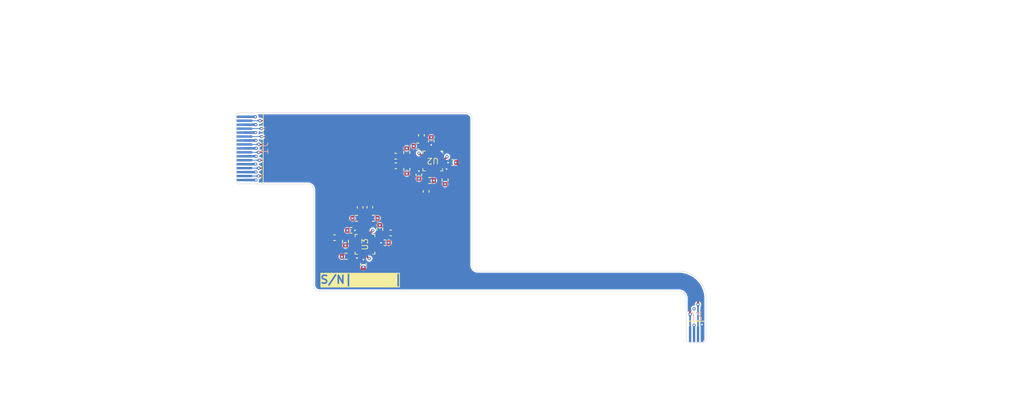
<source format=kicad_pcb>
(kicad_pcb (version 20241229) (generator "pcbnew") (generator_version "9.0")
  (layers (0 "F.Cu" signal) (4 "In1.Cu" signal) (6 "In2.Cu" signal) (2 "B.Cu" signal) (13 "F.Paste" user) (15 "B.Paste" user) (5 "F.SilkS" user "F.Silkscreen") (7 "B.SilkS" user "B.Silkscreen") (1 "F.Mask" user) (3 "B.Mask" user) (25 "Edge.Cuts" user))
  (net 0 "")
  (net 1 "GND")
  (net 2 "Heim_time_in")
  (net 3 "Master_trigger_in")
  (net 4 "+3V3")
  (net 5 "Heim_time_out_1")
  (net 6 "Heim_time_out_2")
  (net 7 "Heim_time_out_3")
  (net 8 "Heim_time_out_4")
  (net 9 "unconnected-(J1-Pin_3-Pad3)")
  (net 10 "unconnected-(C11-Pad2)")
  (net 11 "unconnected-(C12-Pad2)")
  (net 12 "unconnected-(C13-Pad2)")
  (net 13 "unconnected-(C14-Pad2)")
  (net 14 "Master_trigger_out_1")
  (net 15 "Net-(U3-CLK_OUT1)")
  (net 16 "Net-(U3-CLK_OUT2)")
  (net 17 "Master_trigger_out_2")
  (net 18 "Net-(U3-CLK_OUT3)")
  (net 19 "Master_trigger_out_3")
  (net 20 "Net-(U3-CLK_OUT4)")
  (net 21 "Master_trigger_out_4")
  (net 22 "/Heimtime/Signaling")
  (net 23 "/Master trigger/Signaling")
  (footprint "Capacitor_SMD:C_0402_1005Metric" (layer "F.Cu") (at 78.735 64.41 -90)
    (property "Reference" "C19" (hide yes))
    (property "Value" "500fF" (hide yes))
    (fp_line (start -0.107836 0.36) (end 0.107836 0.36) (stroke (width 0.12)) (layer "F.SilkS"))
    (fp_line (start -0.107836 -0.36) (end 0.107836 -0.36) (stroke (width 0.12)) (layer "F.SilkS"))
    (pad "1" smd roundrect (at -0.48 0 270) (size 0.56 0.62) (layers "F.Cu" "F.Mask" "F.Paste") (net 17 "Master_trigger_out_2"))
    (pad "2" smd roundrect (at 0.48 0 270) (size 0.56 0.62) (layers "F.Cu" "F.Mask" "F.Paste") (net 16 "Net-(U3-CLK_OUT2)"))
  )
  (footprint "Capacitor_SMD:C_0402_1005Metric" (layer "F.Cu") (at 81.855 68.88 180)
    (property "Reference" "C17" (hide yes))
    (property "Value" "10nF" (hide yes))
    (fp_line (start -0.107836 0.36) (end 0.107836 0.36) (stroke (width 0.12)) (layer "F.SilkS"))
    (fp_line (start -0.107836 -0.36) (end 0.107836 -0.36) (stroke (width 0.12)) (layer "F.SilkS"))
    (pad "1" smd roundrect (at -0.48 0 180) (size 0.56 0.62) (layers "F.Cu" "F.Mask" "F.Paste") (net 1 "GND"))
    (pad "2" smd roundrect (at 0.48 0 180) (size 0.56 0.62) (layers "F.Cu" "F.Mask" "F.Paste") (net 4 "+3V3"))
  )
  (footprint "Resistor_SMD:R_0402_1005Metric" (layer "F.Cu") (at 76.94 70.595)
    (property "Reference" "R12" (hide yes))
    (property "Value" "50" (hide yes))
    (fp_line (start -0.153641 -0.38) (end 0.153641 -0.38) (stroke (width 0.12)) (layer "F.SilkS"))
    (fp_line (start -0.153641 0.38) (end 0.153641 0.38) (stroke (width 0.12)) (layer "F.SilkS"))
    (pad "1" smd roundrect (at -0.51 0) (size 0.54 0.64) (layers "F.Cu" "F.Mask" "F.Paste") (net 1 "GND"))
    (pad "2" smd roundrect (at 0.51 0) (size 0.54 0.64) (layers "F.Cu" "F.Mask" "F.Paste") (net 3 "Master_trigger_in"))
  )
  (footprint "Capacitor_SMD:C_0402_1005Metric" (layer "F.Cu") (at 77.595 67.32)
    (property "Reference" "C15" (hide yes))
    (property "Value" "10nF" (hide yes))
    (fp_line (start -0.107836 -0.36) (end 0.107836 -0.36) (stroke (width 0.12)) (layer "F.SilkS"))
    (fp_line (start -0.107836 0.36) (end 0.107836 0.36) (stroke (width 0.12)) (layer "F.SilkS"))
    (pad "1" smd roundrect (at -0.48 0) (size 0.56 0.62) (layers "F.Cu" "F.Mask" "F.Paste") (net 1 "GND"))
    (pad "2" smd roundrect (at 0.48 0) (size 0.56 0.62) (layers "F.Cu" "F.Mask" "F.Paste") (net 4 "+3V3"))
  )
  (footprint "Capacitor_SMD:C_0402_1005Metric" (layer "F.Cu") (at 87.08 62.39 90)
    (property "Reference" "C11" (hide yes))
    (property "Value" "500fF")
    (fp_line (start -0.107836 -0.36) (end 0.107836 -0.36) (stroke (width 0.12)) (layer "F.SilkS"))
    (fp_line (start -0.107836 0.36) (end 0.107836 0.36) (stroke (width 0.12)) (layer "F.SilkS"))
    (pad "1" smd roundrect (at -0.48 0 90) (size 0.56 0.62) (layers "F.Cu" "F.Mask" "F.Paste") (net 5 "Heim_time_out_1"))
    (pad "2" smd roundrect (at 0.48 0 90) (size 0.56 0.62) (layers "F.Cu" "F.Mask" "F.Paste") (net 10 "unconnected-(C11-Pad2)"))
  )
  (footprint "Resistor_SMD:R_0402_1005Metric" (layer "F.Cu") (at 80.425 65.78 180)
    (property "Reference" "R14" (hide yes))
    (property "Value" "50" (hide yes))
    (fp_line (start -0.153641 0.38) (end 0.153641 0.38) (stroke (width 0.12)) (layer "F.SilkS"))
    (fp_line (start -0.153641 -0.38) (end 0.153641 -0.38) (stroke (width 0.12)) (layer "F.SilkS"))
    (pad "1" smd roundrect (at -0.51 0 180) (size 0.54 0.64) (layers "F.Cu" "F.Mask" "F.Paste") (net 1 "GND"))
    (pad "2" smd roundrect (at 0.51 0 180) (size 0.54 0.64) (layers "F.Cu" "F.Mask" "F.Paste") (net 18 "Net-(U3-CLK_OUT3)"))
  )
  (footprint "Capacitor_SMD:C_0402_1005Metric" (layer "F.Cu") (at 86.16 60.29 90)
    (property "Reference" "C8" (hide yes))
    (property "Value" "10nF")
    (fp_line (start -0.107836 -0.36) (end 0.107836 -0.36) (stroke (width 0.12)) (layer "F.SilkS"))
    (fp_line (start -0.107836 0.36) (end 0.107836 0.36) (stroke (width 0.12)) (layer "F.SilkS"))
    (pad "1" smd roundrect (at -0.48 0 90) (size 0.56 0.62) (layers "F.Cu" "F.Mask" "F.Paste") (net 1 "GND"))
    (pad "2" smd roundrect (at 0.48 0 90) (size 0.56 0.62) (layers "F.Cu" "F.Mask" "F.Paste") (net 4 "+3V3"))
  )
  (footprint "Capacitor_SMD:C_0402_1005Metric" (layer "F.Cu") (at 86.48 55.29 -90)
    (property "Reference" "C14" (hide yes))
    (property "Value" "500fF" (hide yes))
    (fp_line (start -0.107836 0.36) (end 0.107836 0.36) (stroke (width 0.12)) (layer "F.SilkS"))
    (fp_line (start -0.107836 -0.36) (end 0.107836 -0.36) (stroke (width 0.12)) (layer "F.SilkS"))
    (pad "1" smd roundrect (at -0.48 0 270) (size 0.56 0.62) (layers "F.Cu" "F.Mask" "F.Paste") (net 8 "Heim_time_out_4"))
    (pad "2" smd roundrect (at 0.48 0 270) (size 0.56 0.62) (layers "F.Cu" "F.Mask" "F.Paste") (net 13 "unconnected-(C14-Pad2)"))
  )
  (footprint "Capacitor_SMD:C_0402_1005Metric" (layer "F.Cu") (at 75.495 68.24)
    (property "Reference" "C18" (hide yes))
    (property "Value" "500fF" (hide yes))
    (fp_line (start -0.107836 -0.36) (end 0.107836 -0.36) (stroke (width 0.12)) (layer "F.SilkS"))
    (fp_line (start -0.107836 0.36) (end 0.107836 0.36) (stroke (width 0.12)) (layer "F.SilkS"))
    (pad "1" smd roundrect (at -0.48 0) (size 0.56 0.62) (layers "F.Cu" "F.Mask" "F.Paste") (net 14 "Master_trigger_out_1"))
    (pad "2" smd roundrect (at 0.48 0) (size 0.56 0.62) (layers "F.Cu" "F.Mask" "F.Paste") (net 15 "Net-(U3-CLK_OUT1)"))
  )
  (footprint "Capacitor_SMD:C_0402_1005Metric" (layer "F.Cu") (at 83.25 59.15)
    (property "Reference" "C12" (hide yes))
    (property "Value" "500fF" (hide yes))
    (fp_line (start -0.107836 -0.36) (end 0.107836 -0.36) (stroke (width 0.12)) (layer "F.SilkS"))
    (fp_line (start -0.107836 0.36) (end 0.107836 0.36) (stroke (width 0.12)) (layer "F.SilkS"))
    (pad "1" smd roundrect (at -0.48 0) (size 0.56 0.62) (layers "F.Cu" "F.Mask" "F.Paste") (net 6 "Heim_time_out_2"))
    (pad "2" smd roundrect (at 0.48 0) (size 0.56 0.62) (layers "F.Cu" "F.Mask" "F.Paste") (net 11 "unconnected-(C12-Pad2)"))
  )
  (footprint "0-lib:5PB1214CMGK8" (layer "F.Cu") (at 79.345 69.08 90)
    (property "Reference" "U3" (at 0 0 90) (layer "F.SilkS") (effects (font (size 0.75 0.75) (thickness 0.1))))
    (property "Value" "5PB1214CMGK8" (hide yes))
    (fp_line (start 1.25 -1.25) (end 1.25 -0.95) (stroke (width 0.1)) (layer "F.SilkS"))
    (fp_line (start 0.95 -1.25) (end 1.25 -1.25) (stroke (width 0.1)) (layer "F.SilkS"))
    (fp_line (start -1.25 -1.25) (end -0.95 -1.25) (stroke (width 0.1)) (layer "F.SilkS"))
    (fp_line (start -1.25 -0.95) (end -1.25 -1.25) (stroke (width 0.1)) (layer "F.SilkS"))
    (fp_line (start 1.25 0.95) (end 1.25 1.25) (stroke (width 0.1)) (layer "F.SilkS"))
    (fp_line (start 1.25 1.25) (end 0.95 1.25) (stroke (width 0.1)) (layer "F.SilkS"))
    (fp_line (start -0.95 1.25) (end -1.25 1.25) (stroke (width 0.1)) (layer "F.SilkS"))
    (fp_line (start -1.25 1.25) (end -1.25 0.95) (stroke (width 0.1)) (layer "F.SilkS"))
    (pad "1" smd roundrect (at -1.075 -0.6 180) (size 0.2 0.65) (layers "F.Cu" "F.Mask" "F.Paste") (roundrect_rratio 0) (chamfer_ratio 0.5) (chamfer bottom_right) (net 4 "+3V3"))
    (pad "2" smd rect (at -1.125 -0.2 180) (size 0.2 0.55) (layers "F.Cu" "F.Mask" "F.Paste") (net 4 "+3V3"))
    (pad "3" smd rect (at -1.125 0.2 180) (size 0.2 0.55) (layers "F.Cu" "F.Mask" "F.Paste") (net 1 "GND"))
    (pad "4" smd rect (at -1.125 0.6 180) (size 0.2 0.55) (layers "F.Cu" "F.Mask" "F.Paste") (net 4 "+3V3"))
    (pad "5" smd rect (at -0.6 1.125 270) (size 0.2 0.55) (layers "F.Cu" "F.Mask" "F.Paste") (net 4 "+3V3"))
    (pad "6" smd rect (at -0.2 1.125 270) (size 0.2 0.55) (layers "F.Cu" "F.Mask" "F.Paste") (net 23 "/Master trigger/Signaling"))
    (pad "7" smd rect (at 0.2 1.125 270) (size 0.2 0.55) (layers "F.Cu" "F.Mask" "F.Paste") (net 4 "+3V3"))
    (pad "8" smd rect (at 0.6 1.125 270) (size 0.2 0.55) (layers "F.Cu" "F.Mask" "F.Paste") (net 20 "Net-(U3-CLK_OUT4)"))
    (pad "9" smd rect (at 1.125 0.6) (size 0.2 0.55) (layers "F.Cu" "F.Mask" "F.Paste") (net 1 "GND"))
    (pad "10" smd rect (at 1.125 0.2) (size 0.2 0.55) (layers "F.Cu" "F.Mask" "F.Paste") (net 18 "Net-(U3-CLK_OUT3)"))
    (pad "11" smd rect (at 1.125 -0.2) (size 0.2 0.55) (layers "F.Cu" "F.Mask" "F.Paste") (net 16 "Net-(U3-CLK_OUT2)"))
    (pad "12" smd rect (at 1.125 -0.6) (size 0.2 0.55) (layers "F.Cu" "F.Mask" "F.Paste") (net 4 "+3V3"))
    (pad "13" smd rect (at 0.6 -1.125 90) (size 0.2 0.55) (layers "F.Cu" "F.Mask" "F.Paste") (net 15 "Net-(U3-CLK_OUT1)"))
    (pad "14" smd rect (at 0.2 -1.125 90) (size 0.2 0.55) (layers "F.Cu" "F.Mask" "F.Paste") (net 1 "GND"))
    (pad "15" smd rect (at -0.2 -1.125 90) (size 0.2 0.55) (layers "F.Cu" "F.Mask" "F.Paste") (net 3 "Master_trigger_in"))
    (pad "16" smd rect (at -0.6 -1.125 90) (size 0.2 0.55) (layers "F.Cu" "F.Mask" "F.Paste") (net 4 "+3V3"))
  )
  (footprint "Capacitor_SMD:C_0402_1005Metric" (layer "F.Cu") (at 90.42 58.74 180)
    (property "Reference" "C10" (hide yes))
    (property "Value" "10nF")
    (fp_line (start -0.107836 0.36) (end 0.107836 0.36) (stroke (width 0.12)) (layer "F.SilkS"))
    (fp_line (start -0.107836 -0.36) (end 0.107836 -0.36) (stroke (width 0.12)) (layer "F.SilkS"))
    (pad "1" smd roundrect (at -0.48 0 180) (size 0.56 0.62) (layers "F.Cu" "F.Mask" "F.Paste") (net 1 "GND"))
    (pad "2" smd roundrect (at 0.48 0 180) (size 0.56 0.62) (layers "F.Cu" "F.Mask" "F.Paste") (net 4 "+3V3"))
  )
  (footprint "Resistor_SMD:R_0402_1005Metric" (layer "F.Cu") (at 84.63 59.62 90)
    (property "Reference" "R8" (hide yes))
    (property "Value" "50" (hide yes))
    (fp_line (start -0.153641 -0.38) (end 0.153641 -0.38) (stroke (width 0.12)) (layer "F.SilkS"))
    (fp_line (start -0.153641 0.38) (end 0.153641 0.38) (stroke (width 0.12)) (layer "F.SilkS"))
    (pad "1" smd roundrect (at -0.51 0 90) (size 0.54 0.64) (layers "F.Cu" "F.Mask" "F.Paste") (net 1 "GND"))
    (pad "2" smd roundrect (at 0.51 0 90) (size 0.54 0.64) (layers "F.Cu" "F.Mask" "F.Paste") (net 11 "unconnected-(C12-Pad2)"))
  )
  (footprint "0-lib:5PB1214CMGK8" (layer "F.Cu") (at 87.92 58.54 180)
    (property "Reference" "U2" (at 0 0 180) (layer "F.SilkS") (effects (font (size 0.75 0.75) (thickness 0.1))))
    (property "Value" "5PB1214CMGK8" (hide yes))
    (fp_line (start 1.25 1.25) (end 0.95 1.25) (stroke (width 0.1)) (layer "F.SilkS"))
    (fp_line (start 1.25 0.95) (end 1.25 1.25) (stroke (width 0.1)) (layer "F.SilkS"))
    (fp_line (start 1.25 -1.25) (end 1.25 -0.95) (stroke (width 0.1)) (layer "F.SilkS"))
    (fp_line (start 0.95 -1.25) (end 1.25 -1.25) (stroke (width 0.1)) (layer "F.SilkS"))
    (fp_line (start -0.95 1.25) (end -1.25 1.25) (stroke (width 0.1)) (layer "F.SilkS"))
    (fp_line (start -1.25 1.25) (end -1.25 0.95) (stroke (width 0.1)) (layer "F.SilkS"))
    (fp_line (start -1.25 -0.95) (end -1.25 -1.25) (stroke (width 0.1)) (layer "F.SilkS"))
    (fp_line (start -1.25 -1.25) (end -0.95 -1.25) (stroke (width 0.1)) (layer "F.SilkS"))
    (pad "1" smd roundrect (at -1.075 -0.6 270) (size 0.2 0.65) (layers "F.Cu" "F.Mask" "F.Paste") (roundrect_rratio 0) (chamfer_ratio 0.5) (chamfer bottom_right) (net 4 "+3V3"))
    (pad "2" smd rect (at -1.125 -0.2 270) (size 0.2 0.55) (layers "F.Cu" "F.Mask" "F.Paste") (net 4 "+3V3"))
    (pad "3" smd rect (at -1.125 0.2 270) (size 0.2 0.55) (layers "F.Cu" "F.Mask" "F.Paste") (net 1 "GND"))
    (pad "4" smd rect (at -1.125 0.6 270) (size 0.2 0.55) (layers "F.Cu" "F.Mask" "F.Paste") (net 4 "+3V3"))
    (pad "5" smd rect (at -0.6 1.125) (size 0.2 0.55) (layers "F.Cu" "F.Mask" "F.Paste") (net 4 "+3V3"))
    (pad "6" smd rect (at -0.2 1.125) (size 0.2 0.55) (layers "F.Cu" "F.Mask" "F.Paste") (net 22 "/Heimtime/Signaling"))
    (pad "7" smd rect (at 0.2 1.125) (size 0.2 0.55) (layers "F.Cu" "F.Mask" "F.Paste") (net 4 "+3V3"))
    (pad "8" smd rect (at 0.6 1.125) (size 0.2 0.55) (layers "F.Cu" "F.Mask" "F.Paste") (net 13 "unconnected-(C14-Pad2)"))
    (pad "9" smd rect (at 1.125 0.6 90) (size 0.2 0.55) (layers "F.Cu" "F.Mask" "F.Paste") (net 1 "GND"))
    (pad "10" smd rect (at 1.125 0.2 90) (size 0.2 0.55) (layers "F.Cu" "F.Mask" "F.Paste") (net 12 "unconnected-(C13-Pad2)"))
    (pad "11" smd rect (at 1.125 -0.2 90) (size 0.2 0.55) (layers "F.Cu" "F.Mask" "F.Paste") (net 11 "unconnected-(C12-Pad2)"))
    (pad "12" smd rect (at 1.125 -0.6 90) (size 0.2 0.55) (layers "F.Cu" "F.Mask" "F.Paste") (net 4 "+3V3"))
    (pad "13" smd rect (at 0.6 -1.125 180) (size 0.2 0.55) (layers "F.Cu" "F.Mask" "F.Paste") (net 10 "unconnected-(C11-Pad2)"))
    (pad "14" smd rect (at 0.2 -1.125 180) (size 0.2 0.55) (layers "F.Cu" "F.Mask" "F.Paste") (net 1 "GND"))
    (pad "15" smd rect (at -0.2 -1.125 180) (size 0.2 0.55) (layers "F.Cu" "F.Mask" "F.Paste") (net 2 "Heim_time_in"))
    (pad "16" smd rect (at -0.6 -1.125 180) (size 0.2 0.55) (layers "F.Cu" "F.Mask" "F.Paste") (net 4 "+3V3"))
  )
  (footprint "Resistor_SMD:R_0402_1005Metric" (layer "F.Cu") (at 87.55 61.01 180)
    (property "Reference" "R7" (hide yes))
    (property "Value" "50" (hide yes))
    (fp_line (start -0.153641 0.38) (end 0.153641 0.38) (stroke (width 0.12)) (layer "F.SilkS"))
    (fp_line (start -0.153641 -0.38) (end 0.153641 -0.38) (stroke (width 0.12)) (layer "F.SilkS"))
    (pad "1" smd roundrect (at -0.51 0 180) (size 0.54 0.64) (layers "F.Cu" "F.Mask" "F.Paste") (net 1 "GND"))
    (pad "2" smd roundrect (at 0.51 0 180) (size 0.54 0.64) (layers "F.Cu" "F.Mask" "F.Paste") (net 10 "unconnected-(C11-Pad2)"))
  )
  (footprint "Resistor_SMD:R_0402_1005Metric" (layer "F.Cu") (at 86.01 56.67)
    (property "Reference" "R10" (hide yes))
    (property "Value" "50" (hide yes))
    (fp_line (start -0.153641 -0.38) (end 0.153641 -0.38) (stroke (width 0.12)) (layer "F.SilkS"))
    (fp_line (start -0.153641 0.38) (end 0.153641 0.38) (stroke (width 0.12)) (layer "F.SilkS"))
    (pad "1" smd roundrect (at -0.51 0) (size 0.54 0.64) (layers "F.Cu" "F.Mask" "F.Paste") (net 1 "GND"))
    (pad "2" smd roundrect (at 0.51 0) (size 0.54 0.64) (layers "F.Cu" "F.Mask" "F.Paste") (net 13 "unconnected-(C14-Pad2)"))
  )
  (footprint "Capacitor_SMD:C_0402_1005Metric" (layer "F.Cu") (at 79.145 71.58 90)
    (property "Reference" "C16" (hide yes))
    (property "Value" "10nF" (hide yes))
    (fp_line (start -0.107836 -0.36) (end 0.107836 -0.36) (stroke (width 0.12)) (layer "F.SilkS"))
    (fp_line (start -0.107836 0.36) (end 0.107836 0.36) (stroke (width 0.12)) (layer "F.SilkS"))
    (pad "1" smd roundrect (at -0.48 0 90) (size 0.56 0.62) (layers "F.Cu" "F.Mask" "F.Paste") (net 1 "GND"))
    (pad "2" smd roundrect (at 0.48 0 90) (size 0.56 0.62) (layers "F.Cu" "F.Mask" "F.Paste") (net 4 "+3V3"))
  )
  (footprint "Resistor_SMD:R_0402_1005Metric" (layer "F.Cu") (at 84.62 57.46 -90)
    (property "Reference" "R9" (hide yes))
    (property "Value" "50" (hide yes))
    (fp_line (start -0.153641 0.38) (end 0.153641 0.38) (stroke (width 0.12)) (layer "F.SilkS"))
    (fp_line (start -0.153641 -0.38) (end 0.153641 -0.38) (stroke (width 0.12)) (layer "F.SilkS"))
    (pad "1" smd roundrect (at -0.51 0 270) (size 0.54 0.64) (layers "F.Cu" "F.Mask" "F.Paste") (net 1 "GND"))
    (pad "2" smd roundrect (at 0.51 0 270) (size 0.54 0.64) (layers "F.Cu" "F.Mask" "F.Paste") (net 12 "unconnected-(C13-Pad2)"))
  )
  (footprint "Capacitor_SMD:C_0402_1005Metric" (layer "F.Cu") (at 83.23 57.93)
    (property "Reference" "C13" (hide yes))
    (property "Value" "500fF" (hide yes))
    (fp_line (start -0.107836 -0.36) (end 0.107836 -0.36) (stroke (width 0.12)) (layer "F.SilkS"))
    (fp_line (start -0.107836 0.36) (end 0.107836 0.36) (stroke (width 0.12)) (layer "F.SilkS"))
    (pad "1" smd roundrect (at -0.48 0) (size 0.56 0.62) (layers "F.Cu" "F.Mask" "F.Paste") (net 7 "Heim_time_out_3"))
    (pad "2" smd roundrect (at 0.48 0) (size 0.56 0.62) (layers "F.Cu" "F.Mask" "F.Paste") (net 12 "unconnected-(C13-Pad2)"))
  )
  (footprint "Capacitor_SMD:C_0402_1005Metric" (layer "F.Cu") (at 87.72 56.03 -90)
    (property "Reference" "C9" (hide yes))
    (property "Value" "10nF")
    (fp_line (start -0.107836 0.36) (end 0.107836 0.36) (stroke (width 0.12)) (layer "F.SilkS"))
    (fp_line (start -0.107836 -0.36) (end 0.107836 -0.36) (stroke (width 0.12)) (layer "F.SilkS"))
    (pad "1" smd roundrect (at -0.48 0 270) (size 0.56 0.62) (layers "F.Cu" "F.Mask" "F.Paste") (net 1 "GND"))
    (pad "2" smd roundrect (at 0.48 0 270) (size 0.56 0.62) (layers "F.Cu" "F.Mask" "F.Paste") (net 4 "+3V3"))
  )
  (footprint "Resistor_SMD:R_0402_1005Metric" (layer "F.Cu") (at 89.47 60.96 90)
    (property "Reference" "R11" (hide yes))
    (property "Value" "50")
    (fp_line (start -0.153641 -0.38) (end 0.153641 -0.38) (stroke (width 0.12)) (layer "F.SilkS"))
    (fp_line (start -0.153641 0.38) (end 0.153641 0.38) (stroke (width 0.12)) (layer "F.SilkS"))
    (pad "1" smd roundrect (at -0.51 0 90) (size 0.54 0.64) (layers "F.Cu" "F.Mask" "F.Paste") (net 1 "GND"))
    (pad "2" smd roundrect (at 0.51 0 90) (size 0.54 0.64) (layers "F.Cu" "F.Mask" "F.Paste") (net 2 "Heim_time_in"))
  )
  (footprint "Resistor_SMD:R_0402_1005Metric" (layer "F.Cu") (at 76.875 68.71 90)
    (property "Reference" "R16" (hide yes))
    (property "Value" "50" (hide yes))
    (fp_line (start -0.153641 -0.38) (end 0.153641 -0.38) (stroke (width 0.12)) (layer "F.SilkS"))
    (fp_line (start -0.153641 0.38) (end 0.153641 0.38) (stroke (width 0.12)) (layer "F.SilkS"))
    (pad "1" smd roundrect (at -0.51 0 90) (size 0.54 0.64) (layers "F.Cu" "F.Mask" "F.Paste") (net 1 "GND"))
    (pad "2" smd roundrect (at 0.51 0 90) (size 0.54 0.64) (layers "F.Cu" "F.Mask" "F.Paste") (net 15 "Net-(U3-CLK_OUT1)"))
  )
  (footprint "Capacitor_SMD:C_0402_1005Metric" (layer "F.Cu") (at 82.595 67.64 180)
    (property "Reference" "C21" (hide yes))
    (property "Value" "500fF" (hide yes))
    (fp_line (start -0.107836 0.36) (end 0.107836 0.36) (stroke (width 0.12)) (layer "F.SilkS"))
    (fp_line (start -0.107836 -0.36) (end 0.107836 -0.36) (stroke (width 0.12)) (layer "F.SilkS"))
    (pad "1" smd roundrect (at -0.48 0 180) (size 0.56 0.62) (layers "F.Cu" "F.Mask" "F.Paste") (net 21 "Master_trigger_out_4"))
    (pad "2" smd roundrect (at 0.48 0 180) (size 0.56 0.62) (layers "F.Cu" "F.Mask" "F.Paste") (net 20 "Net-(U3-CLK_OUT4)"))
  )
  (footprint "Resistor_SMD:R_0402_1005Metric" (layer "F.Cu") (at 81.215 67.17 -90)
    (property "Reference" "R13" (hide yes))
    (property "Value" "50" (hide yes))
    (fp_line (start -0.153641 0.38) (end 0.153641 0.38) (stroke (width 0.12)) (layer "F.SilkS"))
    (fp_line (start -0.153641 -0.38) (end 0.153641 -0.38) (stroke (width 0.12)) (layer "F.SilkS"))
    (pad "1" smd roundrect (at -0.51 0 270) (size 0.54 0.64) (layers "F.Cu" "F.Mask" "F.Paste") (net 1 "GND"))
    (pad "2" smd roundrect (at 0.51 0 270) (size 0.54 0.64) (layers "F.Cu" "F.Mask" "F.Paste") (net 20 "Net-(U3-CLK_OUT4)"))
  )
  (footprint "Resistor_SMD:R_0402_1005Metric" (layer "F.Cu") (at 78.265 65.79)
    (property "Reference" "R15" (hide yes))
    (property "Value" "50" (hide yes))
    (fp_line (start -0.153641 -0.38) (end 0.153641 -0.38) (stroke (width 0.12)) (layer "F.SilkS"))
    (fp_line (start -0.153641 0.38) (end 0.153641 0.38) (stroke (width 0.12)) (layer "F.SilkS"))
    (pad "1" smd roundrect (at -0.51 0) (size 0.54 0.64) (layers "F.Cu" "F.Mask" "F.Paste") (net 1 "GND"))
    (pad "2" smd roundrect (at 0.51 0) (size 0.54 0.64) (layers "F.Cu" "F.Mask" "F.Paste") (net 16 "Net-(U3-CLK_OUT2)"))
  )
  (footprint "Capacitor_SMD:C_0402_1005Metric" (layer "F.Cu") (at 79.955 64.39 -90)
    (property "Reference" "C20" (hide yes))
    (property "Value" "500fF" (hide yes))
    (fp_line (start -0.107836 0.36) (end 0.107836 0.36) (stroke (width 0.12)) (layer "F.SilkS"))
    (fp_line (start -0.107836 -0.36) (end 0.107836 -0.36) (stroke (width 0.12)) (layer "F.SilkS"))
    (pad "1" smd roundrect (at -0.48 0 270) (size 0.56 0.62) (layers "F.Cu" "F.Mask" "F.Paste") (net 19 "Master_trigger_out_3"))
    (pad "2" smd roundrect (at 0.48 0 270) (size 0.56 0.62) (layers "F.Cu" "F.Mask" "F.Paste") (net 18 "Net-(U3-CLK_OUT3)"))
  )
  (footprint "0-lib:4-pin-FPC" (layer "B.Cu") (at 121.2 81.47)
    (property "Reference" "J2" (at 0 -3.30825 180) (layer "B.SilkS") (effects (font (thickness 0.1)) (justify mirror)))
    (property "Value" "4-pin-FPC")
    (fp_line (start -1.25 -2) (end -1.25 -0.3) (stroke (width 0.05)) (layer "Edge.Cuts"))
    (fp_line (start -0.95 0) (end 0.95 0) (stroke (width 0.05)) (layer "Edge.Cuts"))
    (fp_line (start 1.25 -0.3) (end 1.25 -2) (stroke (width 0.05)) (layer "Edge.Cuts"))
    (fp_arc (start -0.95 0) (mid -1.162132 -0.087868) (end -1.25 -0.3) (stroke (width 0.05)) (layer "Edge.Cuts"))
    (fp_arc (start 1.25 -0.3) (mid 1.162132 -0.087868) (end 0.95 0) (stroke (width 0.05)) (layer "Edge.Cuts"))
    (pad "1" smd roundrect (at 0.75 -1) (size 0.3 2) (layers "B.Cu" "B.Mask" "B.Paste") (roundrect_rratio 0.15) (net 4 "+3V3"))
    (pad "2" smd roundrect (at 0.25 -1) (size 0.3 2) (layers "B.Cu" "B.Mask" "B.Paste") (roundrect_rratio 0.15) (net 2 "Heim_time_in"))
    (pad "3" smd roundrect (at -0.25 -1) (size 0.3 2) (layers "B.Cu" "B.Mask" "B.Paste") (roundrect_rratio 0.15) (net 1 "GND"))
    (pad "4" smd roundrect (at -0.75 -1) (size 0.3 2) (layers "B.Cu" "B.Mask" "B.Paste") (roundrect_rratio 0.15) (net 3 "Master_trigger_in"))
  )
  (footprint "0-lib:17-pin-FPC" (layer "B.Cu") (at 63.1 56.95 -90)
    (property "Reference" "J1" (at 0 -3.5 90) (layer "B.SilkS") (effects (font (thickness 0.1)) (justify mirror)))
    (property "Value" "17-pin-FPC")
    (fp_line (start -4.2 0) (end 4.2 0) (stroke (width 0.05)) (layer "Edge.Cuts"))
    (fp_line (start 4.5 -0.3) (end 4.5 -2) (stroke (width 0.05)) (layer "Edge.Cuts"))
    (fp_line (start -4.5 -2) (end -4.5 -0.3) (stroke (width 0.05)) (layer "Edge.Cuts"))
    (fp_arc (start -4.2 0) (mid -4.412132 -0.087868) (end -4.5 -0.3) (stroke (width 0.05)) (layer "Edge.Cuts"))
    (fp_arc (start 4.5 -0.3) (mid 4.412132 -0.087868) (end 4.2 0) (stroke (width 0.05)) (layer "Edge.Cuts"))
    (pad "1" smd roundrect (at 4 -1 270) (size 0.3 2) (layers "B.Cu" "B.Mask" "B.Paste") (roundrect_rratio 0.15) (net 1 "GND"))
    (pad "2" smd roundrect (at 3.5 -1 270) (size 0.3 2) (layers "B.Cu" "B.Mask" "B.Paste") (roundrect_rratio 0.15) (net 14 "Master_trigger_out_1"))
    (pad "3" smd roundrect (at 3 -1 270) (size 0.3 2) (layers "B.Cu" "B.Mask" "B.Paste") (roundrect_rratio 0.15) (net 9 "unconnected-(J1-Pin_3-Pad3)"))
    (pad "4" smd roundrect (at 2.5 -1 270) (size 0.3 2) (layers "B.Cu" "B.Mask" "B.Paste") (roundrect_rratio 0.15) (net 17 "Master_trigger_out_2"))
    (pad "5" smd roundrect (at 2 -1 270) (size 0.3 2) (layers "B.Cu" "B.Mask" "B.Paste") (roundrect_rratio 0.15) (net 1 "GND"))
    (pad "6" smd roundrect (at 1.5 -1 270) (size 0.3 2) (layers "B.Cu" "B.Mask" "B.Paste") (roundrect_rratio 0.15) (net 19 "Master_trigger_out_3"))
    (pad "7" smd roundrect (at 1 -1 270) (size 0.3 2) (layers "B.Cu" "B.Mask" "B.Paste") (roundrect_rratio 0.15) (net 1 "GND"))
    (pad "8" smd roundrect (at 0.5 -1 270) (size 0.3 2) (layers "B.Cu" "B.Mask" "B.Paste") (roundrect_rratio 0.15) (net 21 "Master_trigger_out_4"))
    (pad "9" smd roundrect (at 0 -1 270) (size 0.3 2) (layers "B.Cu" "B.Mask" "B.Paste") (roundrect_rratio 0.15) (net 1 "GND"))
    (pad "10" smd roundrect (at -0.5 -1 270) (size 0.3 2) (layers "B.Cu" "B.Mask" "B.Paste") (roundrect_rratio 0.15) (net 5 "Heim_time_out_1"))
    (pad "11" smd roundrect (at -1 -1 270) (size 0.3 2) (layers "B.Cu" "B.Mask" "B.Paste") (roundrect_rratio 0.15) (net 1 "GND"))
    (pad "12" smd roundrect (at -1.5 -1 270) (size 0.3 2) (layers "B.Cu" "B.Mask" "B.Paste") (roundrect_rratio 0.15) (net 6 "Heim_time_out_2"))
    (pad "13" smd roundrect (at -2 -1 270) (size 0.3 2) (layers "B.Cu" "B.Mask" "B.Paste") (roundrect_rratio 0.15) (net 1 "GND"))
    (pad "14" smd roundrect (at -2.5 -1 270) (size 0.3 2) (layers "B.Cu" "B.Mask" "B.Paste") (roundrect_rratio 0.15) (net 7 "Heim_time_out_3"))
    (pad "15" smd roundrect (at -3 -1 270) (size 0.3 2) (layers "B.Cu" "B.Mask" "B.Paste") (roundrect_rratio 0.15) (net 1 "GND"))
    (pad "16" smd roundrect (at -3.5 -1 270) (size 0.3 2) (layers "B.Cu" "B.Mask" "B.Paste") (roundrect_rratio 0.15) (net 8 "Heim_time_out_4"))
    (pad "17" smd roundrect (at -4 -1 270) (size 0.3 2) (layers "B.Cu" "B.Mask" "B.Paste") (roundrect_rratio 0.15) (net 1 "GND"))
  )
  (gr_line (start 120.12 78.8) (end 122.24 78.8) (stroke (width 0.1)) (layer "F.SilkS"))
  (gr_line (start 66.48 52.44) (end 66.47 61.47) (stroke (width 0.1)) (layer "F.SilkS"))
  (gr_arc (start 93.61 72.47) (mid 93.07967 72.25033) (end 92.86 71.72) (stroke (width 0.05)) (layer "Edge.Cuts"))
  (gr_line (start 92.86 71.72) (end 92.86 53.2) (stroke (width 0.05)) (layer "Edge.Cuts"))
  (gr_line (start 119.95 79.47) (end 119.95 75.92) (stroke (width 0.05)) (layer "Edge.Cuts"))
  (gr_arc (start 119 74.97) (mid 119.671751 75.248249) (end 119.95 75.92) (stroke (width 0.05)) (layer "Edge.Cuts"))
  (gr_arc (start 73.61 74.97) (mid 73.07967 74.75033) (end 72.86 74.22) (stroke (width 0.05)) (layer "Edge.Cuts"))
  (gr_line (start 119 72.47) (end 93.61 72.47) (stroke (width 0.05)) (layer "Edge.Cuts"))
  (gr_line (start 119 74.97) (end 73.61 74.97) (stroke (width 0.05)) (layer "Edge.Cuts"))
  (gr_line (start 72.86 74.22) (end 72.86 62.2) (stroke (width 0.05)) (layer "Edge.Cuts"))
  (gr_arc (start 72.11 61.45) (mid 72.64033 61.66967) (end 72.86 62.2) (stroke (width 0.05)) (layer "Edge.Cuts"))
  (gr_arc (start 92.11 52.45) (mid 92.64033 52.66967) (end 92.86 53.2) (stroke (width 0.05)) (layer "Edge.Cuts"))
  (gr_line (start 65.1 52.45) (end 92.11 52.45) (stroke (width 0.05)) (layer "Edge.Cuts"))
  (gr_line (start 122.45 79.47) (end 122.45 75.92) (stroke (width 0.05)) (layer "Edge.Cuts"))
  (gr_line (start 72.11 61.45) (end 65.1 61.45) (stroke (width 0.05)) (layer "Edge.Cuts"))
  (gr_arc (start 119 72.47) (mid 121.439518 73.480482) (end 122.45 75.92) (stroke (width 0.05)) (layer "Edge.Cuts"))
  (gr_text "S/N|       |" (at 73.6 74.12 0) (layer "F.SilkS" knockout) (effects (font (size 1 1) (thickness 0.2) (bold yes)) (justify left bottom)))
  (segment (start 89.045 58.34) (end 89.380002 58.34) (width 0.2) (layer "F.Cu") (net 1))
  (segment (start 79.545 70.205) (end 79.545 70.540002) (width 0.2) (layer "F.Cu") (net 1))
  (segment (start 79.945 67.712892) (end 80.32475 67.333142) (width 0.2) (layer "F.Cu") (net 1))
  (segment (start 86.552892 57.94) (end 86.173142 57.56025) (width 0.2) (layer "F.Cu") (net 1))
  (segment (start 78.22 68.88) (end 77.215 68.88) (width 0.2) (layer "F.Cu") (net 1))
  (segment (start 87.72 59.665) (end 87.72 60.67) (width 0.2) (layer "F.Cu") (net 1))
  (segment (start 77.215 68.88) (end 76.875 69.22) (width 0.2) (layer "F.Cu") (net 1))
  (segment (start 87.72 60.67) (end 88.06 61.01) (width 0.2) (layer "F.Cu") (net 1))
  (segment (start 89.380002 58.34) (end 89.720002 58) (width 0.2) (layer "F.Cu") (net 1))
  (segment (start 79.545 70.540002) (end 79.885 70.880002) (width 0.2) (layer "F.Cu") (net 1))
  (segment (start 79.945 67.955) (end 79.945 67.712892) (width 0.2) (layer "F.Cu") (net 1))
  (segment (start 86.795 57.94) (end 86.552892 57.94) (width 0.2) (layer "F.Cu") (net 1))
  (via (at 65.52 54.94) (size 0.4) (drill 0.2) (layers "F.Cu" "B.Cu") (net 1))
  (via (at 79.885 70.880002) (size 0.4) (drill 0.2) (layers "F.Cu" "B.Cu") (net 1))
  (via (at 89.720002 58) (size 0.4) (drill 0.2) (layers "F.Cu" "B.Cu") (net 1))
  (via (at 81.215 66.66) (size 0.4) (drill 0.2) (layers "F.Cu" "B.Cu") (net 1))
  (via (at 85.5 56.67) (size 0.4) (drill 0.2) (layers "F.Cu" "B.Cu") (net 1))
  (via (at 84.63 60.13) (size 0.4) (drill 0.2) (layers "F.Cu" "B.Cu") (net 1))
  (via (at 82.335 68.88) (size 0.4) (drill 0.2) (layers "F.Cu" "B.Cu") (net 1))
  (via (at 87.72 55.55) (size 0.4) (drill 0.2) (layers "F.Cu" "B.Cu") (net 1))
  (via (at 120.95 77.22) (size 0.4) (drill 0.2) (layers "F.Cu" "B.Cu") (net 1))
  (via (at 120.949999 79.308589) (size 0.4) (drill 0.2) (layers "F.Cu" "B.Cu") (net 1))
  (via (at 79.145 71.97) (size 0.4) (drill 0.2) (layers "F.Cu" "B.Cu") (net 1))
  (via (at 90.81 58.74) (size 0.4) (drill 0.2) (layers "F.Cu" "B.Cu") (net 1))
  (via (at 65.56 60.95) (size 0.4) (drill 0.2) (layers "F.Cu" "B.Cu") (net 1))
  (via (at 80.32475 67.333142) (size 0.4) (drill 0.2) (layers "F.Cu" "B.Cu") (net 1))
  (via (at 86.173142 57.56025) (size 0.4) (drill 0.2) (layers "F.Cu" "B.Cu") (net 1))
  (via (at 65.6 56.94) (size 0.4) (drill 0.2) (layers "F.Cu" "B.Cu") (net 1))
  (via (at 76.415 70.63) (size 0.4) (drill 0.2) (layers "F.Cu" "B.Cu") (net 1))
  (via (at 89.47 61.47) (size 0.4) (drill 0.2) (layers "F.Cu" "B.Cu") (net 1))
  (via (at 80.935 65.78) (size 0.4) (drill 0.2) (layers "F.Cu" "B.Cu") (net 1))
  (via (at 84.62 56.95) (size 0.4) (drill 0.2) (layers "F.Cu" "B.Cu") (net 1))
  (via (at 65.56 55.94) (size 0.4) (drill 0.2) (layers "F.Cu" "B.Cu") (net 1))
  (via (at 65.58 57.95) (size 0.4) (drill 0.2) (layers "F.Cu" "B.Cu") (net 1))
  (via (at 65.54 53.95) (size 0.4) (drill 0.2) (layers "F.Cu" "B.Cu") (net 1))
  (via (at 65.49 52.95) (size 0.4) (drill 0.2) (layers "F.Cu" "B.Cu") (net 1))
  (via (at 65.52 58.93) (size 0.4) (drill 0.2) (layers "F.Cu" "B.Cu") (net 1))
  (via (at 76.875 69.22) (size 0.4) (drill 0.2) (layers "F.Cu" "B.Cu") (net 1))
  (via (at 88.06 61.01) (size 0.4) (drill 0.2) (layers "F.Cu" "B.Cu") (net 1))
  (via (at 77.755 65.79) (size 0.4) (drill 0.2) (layers "F.Cu" "B.Cu") (net 1))
  (via (at 86.16 60.77) (size 0.4) (drill 0.2) (layers "F.Cu" "B.Cu") (net 1))
  (via (at 77.115 67.32) (size 0.4) (drill 0.2) (layers "F.Cu" "B.Cu") (net 1))
  (segment (start 65.54 60.95) (end 65.56 60.95) (width 0.3) (layer "B.Cu") (net 1))
  (segment (start 65.51 54.95) (end 65.52 54.95) (width 0.3) (layer "B.Cu") (net 1))
  (segment (start 65.52 58.93) (end 65.5 58.95) (width 0.3) (layer "B.Cu") (net 1))
  (segment (start 65.54 53.95) (end 65.55 53.95) (width 0.3) (layer "B.Cu") (net 1))
  (segment (start 64.1 56.95) (end 65.6 56.95) (width 0.3) (layer "B.Cu") (net 1))
  (segment (start 65.54 57.95) (end 65.58 57.95) (width 0.3) (layer "B.Cu") (net 1))
  (segment (start 120.95 79.308589) (end 120.949999 79.308589) (width 0.1) (layer "B.Cu") (net 1))
  (segment (start 64.1 54.95) (end 65.51 54.95) (width 0.3) (layer "B.Cu") (net 1))
  (segment (start 64.1 52.95) (end 65.47 52.95) (width 0.3) (layer "B.Cu") (net 1))
  (segment (start 65.47 52.95) (end 65.49 52.95) (width 0.3) (layer "B.Cu") (net 1))
  (segment (start 64.1 57.95) (end 65.54 57.95) (width 0.3) (layer "B.Cu") (net 1))
  (segment (start 65.53 55.95) (end 65.56 55.95) (width 0.3) (layer "B.Cu") (net 1))
  (segment (start 120.95 80.47) (end 120.95 79.308589) (width 0.1) (layer "B.Cu") (net 1))
  (segment (start 65.6 56.95) (end 65.6 56.94) (width 0.3) (layer "B.Cu") (net 1))
  (segment (start 65.56 55.95) (end 65.56 55.94) (width 0.3) (layer "B.Cu") (net 1))
  (segment (start 65.5 58.95) (end 64.1 58.95) (width 0.3) (layer "B.Cu") (net 1))
  (segment (start 64.1 55.95) (end 65.53 55.95) (width 0.3) (layer "B.Cu") (net 1))
  (segment (start 64.1 60.95) (end 65.54 60.95) (width 0.3) (layer "B.Cu") (net 1))
  (segment (start 64.1 53.95) (end 65.54 53.95) (width 0.3) (layer "B.Cu") (net 1))
  (segment (start 65.52 54.95) (end 65.52 54.94) (width 0.3) (layer "B.Cu") (net 1))
  (segment (start 118.99998 73.48) (end 93.34 73.48) (width 0.2) (layer "F.Cu") (net 2))
  (segment (start 91.74 61.36) (end 90.83 60.45) (width 0.2) (layer "F.Cu") (net 2))
  (segment (start 89.47 60.45) (end 89.26 60.24) (width 0.1) (layer "F.Cu") (net 2))
  (segment (start 91.74 71.88) (end 91.74 61.36) (width 0.2) (layer "F.Cu") (net 2))
  (segment (start 88.12 60.18) (end 88.29 60.35) (width 0.1) (layer "F.Cu") (net 2))
  (segment (start 121.45 76.67) (end 121.45 75.93002) (width 0.2) (layer "F.Cu") (net 2))
  (segment (start 90.83 60.45) (end 89.47 60.45) (width 0.2) (layer "F.Cu") (net 2))
  (segment (start 89.37 60.35) (end 89.47 60.45) (width 0.1) (layer "F.Cu") (net 2))
  (segment (start 88.29 60.35) (end 89.37 60.35) (width 0.1) (layer "F.Cu") (net 2))
  (segment (start 88.12 59.665) (end 88.12 60.18) (width 0.1) (layer "F.Cu") (net 2))
  (via (at 121.45 76.67) (size 0.4) (drill 0.2) (layers "F.Cu" "B.Cu") (net 2))
  (arc (start 89.43 60.41) (mid 89.458284 60.421716) (end 89.47 60.45) (width 0.1) (layer "F.Cu") (net 2))
  (arc (start 121.45 75.93002) (mid 120.732406 74.197594) (end 118.99998 73.48) (width 0.2) (layer "F.Cu") (net 2))
  (arc (start 93.34 73.48) (mid 92.208629 73.011371) (end 91.74 71.88) (width 0.2) (layer "F.Cu") (net 2))
  (arc (start 89.26 60.24) (mid 89.408492 60.301508) (end 89.47 60.45) (width 0.1) (layer "F.Cu") (net 2))
  (segment (start 121.45 80.47) (end 121.45 76.67) (width 0.2) (layer "B.Cu") (net 2))
  (segment (start 120.45 77.92) (end 120.45 75.92) (width 0.2) (layer "F.Cu") (net 3))
  (segment (start 79.445 74.47) (end 77.45 72.475) (width 0.2) (layer "F.Cu") (net 3))
  (segment (start 119 74.47) (end 79.445 74.47) (width 0.2) (layer "F.Cu") (net 3))
  (segment (start 77.435 70.63) (end 77.645 70.42) (width 0.1) (layer "F.Cu") (net 3))
  (segment (start 77.705 69.28) (end 77.535 69.45) (width 0.1) (layer "F.Cu") (net 3))
  (segment (start 77.535 70.53) (end 77.435 70.63) (width 0.1) (layer "F.Cu") (net 3))
  (segment (start 77.45 72.475) (end 77.45 70.595) (width 0.2) (layer "F.Cu") (net 3))
  (segment (start 77.535 69.45) (end 77.535 70.53) (width 0.1) (layer "F.Cu") (net 3))
  (segment (start 78.22 69.28) (end 77.705 69.28) (width 0.1) (layer "F.Cu") (net 3))
  (via (at 120.45 77.92) (size 0.4) (drill 0.2) (layers "F.Cu" "B.Cu") (net 3))
  (arc (start 77.475 70.59) (mid 77.463284 70.618284) (end 77.435 70.63) (width 0.1) (layer "F.Cu") (net 3))
  (arc (start 120.45 75.92) (mid 120.025305 74.894695) (end 119 74.47) (width 0.2) (layer "F.Cu") (net 3))
  (arc (start 77.645 70.42) (mid 77.583492 70.568492) (end 77.435 70.63) (width 0.1) (layer "F.Cu") (net 3))
  (segment (start 120.45 80.47) (end 120.45 77.92) (width 0.2) (layer "B.Cu") (net 3))
  (segment (start 80.47 68.88) (end 81.375 68.88) (width 0.2) (layer "F.Cu") (net 4))
  (segment (start 87.72 57.415) (end 87.72 56.51) (width 0.2) (layer "F.Cu") (net 4))
  (segment (start 78.075 67.32) (end 78.075 67.76) (width 0.2) (layer "F.Cu") (net 4))
  (segment (start 86.16 59.81) (end 86.6 59.81) (width 0.2) (layer "F.Cu") (net 4))
  (segment (start 78.075 67.76) (end 78.27 67.955) (width 0.2) (layer "F.Cu") (net 4))
  (segment (start 86.6 59.81) (end 86.795 59.615) (width 0.2) (layer "F.Cu") (net 4))
  (segment (start 78.27 67.955) (end 78.745 67.955) (width 0.2) (layer "F.Cu") (net 4))
  (segment (start 86.795 59.615) (end 86.795 59.14) (width 0.2) (layer "F.Cu") (net 4))
  (via (at 81.375 68.88) (size 0.4) (drill 0.2) (layers "F.Cu" "B.Cu") (net 4))
  (via (at 87.72 56.51) (size 0.4) (drill 0.2) (layers "F.Cu" "B.Cu") (net 4))
  (via (at 86.16 59.81) (size 0.4) (drill 0.2) (layers "F.Cu" "B.Cu") (net 4))
  (via (at 78.075 67.32) (size 0.4) (drill 0.2) (layers "F.Cu" "B.Cu") (net 4))
  (via (at 79.145 71.01) (size 0.4) (drill 0.2) (layers "F.Cu" "B.Cu") (net 4))
  (via (at 89.85 58.74) (size 0.4) (drill 0.2) (layers "F.Cu" "B.Cu") (net 4))
  (via (at 89.07 57.37) (size 0.4) (drill 0.2) (layers "F.Cu" "B.Cu") (net 4))
  (via (at 121.95 79.22331) (size 0.4) (drill 0.2) (layers "F.Cu" "B.Cu") (net 4))
  (via (at 78.325 70.82) (size 0.4) (drill 0.2) (layers "F.Cu" "B.Cu") (net 4))
  (via (at 89.66 59.56) (size 0.4) (drill 0.2) (layers "F.Cu" "B.Cu") (net 4))
  (segment (start 121.95 80.47) (end 121.95 79.22331) (width 0.3) (layer "B.Cu") (net 4))
  (segment (start 65.910797 56.42677) (end 65.934027 56.45) (width 0.1) (layer "F.Cu") (net 5))
  (segment (start 77.232893 56.742893) (end 83.067107 62.577107) (width 0.1) (layer "F.Cu") (net 5))
  (segment (start 65.934027 56.45) (end 76.525786 56.45) (width 0.1) (layer "F.Cu") (net 5))
  (segment (start 83.774214 62.87) (end 87.08 62.87) (width 0.1) (layer "F.Cu") (net 5))
  (via (at 65.910797 56.42677) (size 0.4) (drill 0.2) (layers "F.Cu" "B.Cu") (net 5))
  (arc (start 83.067107 62.577107) (mid 83.39153 62.79388) (end 83.774214 62.87) (width 0.1) (layer "F.Cu") (net 5))
  (arc (start 76.525786 56.45) (mid 76.908469 56.52612) (end 77.232893 56.742893) (width 0.1) (layer "F.Cu") (net 5))
  (segment (start 65.910797 56.42677) (end 65.887567 56.45) (width 0.1) (layer "B.Cu") (net 5))
  (segment (start 65.887567 56.45) (end 64.1 56.45) (width 0.1) (layer "B.Cu") (net 5))
  (segment (start 77.762893 55.752893) (end 80.867107 58.857107) (width 0.1) (layer "F.Cu") (net 6))
  (segment (start 81.574214 59.15) (end 82.77 59.15) (width 0.1) (layer "F.Cu") (net 6))
  (segment (start 66.28 55.46) (end 77.055786 55.46) (width 0.1) (layer "F.Cu") (net 6))
  (via (at 66.28 55.46) (size 0.4) (drill 0.2) (layers "F.Cu" "B.Cu") (net 6))
  (arc (start 80.867107 58.857107) (mid 81.19153 59.07388) (end 81.574214 59.15) (width 0.1) (layer "F.Cu") (net 6))
  (arc (start 77.762893 55.752893) (mid 77.43847 55.53612) (end 77.055786 55.46) (width 0.1) (layer "F.Cu") (net 6))
  (segment (start 66.27 55.45) (end 64.1 55.45) (width 0.1) (layer "B.Cu") (net 6))
  (segment (start 66.28 55.46) (end 66.27 55.45) (width 0.1) (layer "B.Cu") (net 6))
  (segment (start 81.077107 57.637107) (end 78.94 55.5) (width 0.1) (layer "F.Cu") (net 7))
  (segment (start 77.475786 54.45) (end 66.25 54.45) (width 0.1) (layer "F.Cu") (net 7))
  (segment (start 82.75 57.93) (end 81.784214 57.93) (width 0.1) (layer "F.Cu") (net 7))
  (segment (start 78.94 55.5) (end 78.182893 54.742893) (width 0.1) (layer "F.Cu") (net 7))
  (via (at 66.25 54.45) (size 0.4) (drill 0.2) (layers "F.Cu" "B.Cu") (net 7))
  (arc (start 78.182893 54.742893) (mid 77.85847 54.52612) (end 77.475786 54.45) (width 0.1) (layer "F.Cu") (net 7))
  (arc (start 81.784214 57.93) (mid 81.401531 57.85388) (end 81.077107 57.637107) (width 0.1) (layer "F.Cu") (net 7))
  (segment (start 66.25 54.45) (end 64.1 54.45) (width 0.1) (layer "B.Cu") (net 7))
  (segment (start 83.495786 53.45) (end 66.07 53.45) (width 0.1) (layer "F.Cu") (net 8))
  (segment (start 86.48 54.81) (end 85.684214 54.81) (width 0.1) (layer "F.Cu") (net 8))
  (segment (start 84.977107 54.517107) (end 84.202893 53.742893) (width 0.1) (layer "F.Cu") (net 8))
  (via (at 66.07 53.45) (size 0.4) (drill 0.2) (layers "F.Cu" "B.Cu") (net 8))
  (arc (start 83.495786 53.45) (mid 83.878469 53.52612) (end 84.202893 53.742893) (width 0.1) (layer "F.Cu") (net 8))
  (arc (start 85.684214 54.81) (mid 85.301531 54.73388) (end 84.977107 54.517107) (width 0.1) (layer "F.Cu") (net 8))
  (segment (start 66.07 53.45) (end 64.1 53.45) (width 0.1) (layer "B.Cu") (net 8))
  (via (at 65.56 59.94) (size 0.4) (drill 0.2) (layers "F.Cu" "B.Cu") (net 9))
  (segment (start 65.54 59.95) (end 65.56 59.95) (width 0.3) (layer "B.Cu") (net 9))
  (segment (start 64.1 59.95) (end 65.54 59.95) (width 0.3) (layer "B.Cu") (net 9))
  (segment (start 65.56 59.95) (end 65.56 59.94) (width 0.3) (layer "B.Cu") (net 9))
  (segment (start 87.04 61.87) (end 87.08 61.91) (width 0.2) (layer "F.Cu") (net 10))
  (segment (start 87.32 59.665) (end 87.32 59.98) (width 0.2) (layer "F.Cu") (net 10))
  (segment (start 87.32 59.98) (end 87.04 60.26) (width 0.2) (layer "F.Cu") (net 10))
  (segment (start 87.04 61.01) (end 87.04 61.87) (width 0.2) (layer "F.Cu") (net 10))
  (segment (start 87.04 60.26) (end 87.04 61.01) (width 0.2) (layer "F.Cu") (net 10))
  (segment (start 85.88 59.11) (end 84.63 59.11) (width 0.2) (layer "F.Cu") (net 11))
  (segment (start 84.63 59.11) (end 83.77 59.11) (width 0.2) (layer "F.Cu") (net 11))
  (segment (start 83.77 59.11) (end 83.73 59.15) (width 0.2) (layer "F.Cu") (net 11))
  (segment (start 86.25 58.74) (end 85.88 59.11) (width 0.2) (layer "F.Cu") (net 11))
  (segment (start 86.795 58.74) (end 86.25 58.74) (width 0.2) (layer "F.Cu") (net 11))
  (segment (start 83.75 57.97) (end 83.71 57.93) (width 0.2) (layer "F.Cu") (net 12))
  (segment (start 84.62 57.97) (end 83.75 57.97) (width 0.2) (layer "F.Cu") (net 12))
  (segment (start 86.24 58.34) (end 85.87 57.97) (width 0.2) (layer "F.Cu") (net 12))
  (segment (start 86.795 58.34) (end 86.24 58.34) (width 0.2) (layer "F.Cu") (net 12))
  (segment (start 85.87 57.97) (end 84.62 57.97) (width 0.2) (layer "F.Cu") (net 12))
  (segment (start 86.48 56.63) (end 86.52 56.67) (width 0.2) (layer "F.Cu") (net 13))
  (segment (start 86.735 57.415) (end 87.32 57.415) (width 0.2) (layer "F.Cu") (net 13))
  (segment (start 86.48 55.77) (end 86.48 56.63) (width 0.2) (layer "F.Cu") (net 13))
  (segment (start 86.52 57.2) (end 86.735 57.415) (width 0.2) (layer "F.Cu") (net 13))
  (segment (start 86.52 56.67) (end 86.52 57.2) (width 0.2) (layer "F.Cu") (net 13))
  (segment (start 75.015 68.24) (end 75.015 63.599214) (width 0.1) (layer "F.Cu") (net 14))
  (segment (start 65.891275 60.44) (end 65.890507 60.440768) (width 0.1) (layer "F.Cu") (net 14))
  (segment (start 71.855786 60.44) (end 65.891275 60.44) (width 0.1) (layer "F.Cu") (net 14))
  (segment (start 74.722107 62.892107) (end 72.562893 60.732893) (width 0.1) (layer "F.Cu") (net 14))
  (via (at 65.890507 60.440768) (size 0.4) (drill 0.2) (layers "F.Cu" "B.Cu") (net 14))
  (arc (start 71.855786 60.44) (mid 72.238469 60.51612) (end 72.562893 60.732893) (width 0.1) (layer "F.Cu") (net 14))
  (arc (start 75.015 63.599214) (mid 74.93888 63.216531) (end 74.722107 62.892107) (width 0.1) (layer "F.Cu") (net 14))
  (segment (start 65.890507 60.440768) (end 65.881275 60.45) (width 0.1) (layer "B.Cu") (net 14))
  (segment (start 65.881275 60.45) (end 64.1 60.45) (width 0.1) (layer "B.Cu") (net 14))
  (segment (start 76.015 68.2) (end 75.975 68.24) (width 0.2) (layer "F.Cu") (net 15))
  (segment (start 78.22 68.48) (end 77.905 68.48) (width 0.2) (layer "F.Cu") (net 15))
  (segment (start 77.905 68.48) (end 77.625 68.2) (width 0.2) (layer "F.Cu") (net 15))
  (segment (start 76.875 68.2) (end 76.015 68.2) (width 0.2) (layer "F.Cu") (net 15))
  (segment (start 77.625 68.2) (end 76.875 68.2) (width 0.2) (layer "F.Cu") (net 15))
  (segment (start 78.775 67.04) (end 78.775 65.79) (width 0.2) (layer "F.Cu") (net 16))
  (segment (start 78.775 65.79) (end 78.775 64.93) (width 0.2) (layer "F.Cu") (net 16))
  (segment (start 78.775 64.93) (end 78.735 64.89) (width 0.2) (layer "F.Cu") (net 16))
  (segment (start 79.145 67.41) (end 78.775 67.04) (width 0.2) (layer "F.Cu") (net 16))
  (segment (start 79.145 67.955) (end 79.145 67.41) (width 0.2) (layer "F.Cu") (net 16))
  (segment (start 78.735 63.93) (end 78.124732 63.93) (width 0.1) (layer "F.Cu") (net 17))
  (segment (start 77.89473 63.83473) (end 73.802893 59.742893) (width 0.1) (layer "F.Cu") (net 17))
  (segment (start 73.095786 59.45) (end 65.92 59.45) (width 0.1) (layer "F.Cu") (net 17))
  (via (at 65.92 59.45) (size 0.4) (drill 0.2) (layers "F.Cu" "B.Cu") (net 17))
  (arc (start 73.802893 59.742893) (mid 73.47847 59.52612) (end 73.095786 59.45) (width 0.1) (layer "F.Cu") (net 17))
  (arc (start 77.89473 63.83473) (mid 78.000256 63.90524) (end 78.124732 63.93) (width 0.1) (layer "F.Cu") (net 17))
  (segment (start 65.92 59.45) (end 64.1 59.45) (width 0.1) (layer "B.Cu") (net 17))
  (segment (start 79.915 64.91) (end 79.955 64.87) (width 0.2) (layer "F.Cu") (net 18))
  (segment (start 79.915 65.78) (end 79.915 64.91) (width 0.2) (layer "F.Cu") (net 18))
  (segment (start 79.545 67.4) (end 79.915 67.03) (width 0.2) (layer "F.Cu") (net 18))
  (segment (start 79.545 67.955) (end 79.545 67.4) (width 0.2) (layer "F.Cu") (net 18))
  (segment (start 79.915 67.03) (end 79.915 65.78) (width 0.2) (layer "F.Cu") (net 18))
  (segment (start 74.645786 58.45) (end 66.01 58.45) (width 0.1) (layer "F.Cu") (net 19))
  (segment (start 79.955 63.91) (end 79.955 63.45707) (width 0.1) (layer "F.Cu") (net 19))
  (segment (start 79.875755 63.265755) (end 75.352893 58.742893) (width 0.1) (layer "F.Cu") (net 19))
  (via (at 66.01 58.45) (size 0.4) (drill 0.2) (layers "F.Cu" "B.Cu") (net 19))
  (arc (start 79.955 63.45707) (mid 79.934405 63.353531) (end 79.875755 63.265755) (width 0.1) (layer "F.Cu") (net 19))
  (arc (start 75.352893 58.742893) (mid 75.02847 58.52612) (end 74.645786 58.45) (width 0.1) (layer "F.Cu") (net 19))
  (segment (start 66.01 58.45) (end 64.1 58.45) (width 0.1) (layer "B.Cu") (net 19))
  (segment (start 81.255 67.64) (end 81.215 67.68) (width 0.2) (layer "F.Cu") (net 20))
  (segment (start 80.47 67.895) (end 80.47 68.48) (width 0.2) (layer "F.Cu") (net 20))
  (segment (start 82.115 67.64) (end 81.255 67.64) (width 0.2) (layer "F.Cu") (net 20))
  (segment (start 80.685 67.68) (end 80.47 67.895) (width 0.2) (layer "F.Cu") (net 20))
  (segment (start 81.215 67.68) (end 80.685 67.68) (width 0.2) (layer "F.Cu") (net 20))
  (segment (start 75.817198 57.451412) (end 65.913783 57.451412) (width 0.1) (layer "F.Cu") (net 21))
  (segment (start 83.075 67.64) (end 83.075 64.699214) (width 0.1) (layer "F.Cu") (net 21))
  (segment (start 82.782107 63.992107) (end 82.772107 63.992107) (width 0.1) (layer "F.Cu") (net 21))
  (segment (start 82.772107 63.992107) (end 76.524305 57.744305) (width 0.1) (layer "F.Cu") (net 21))
  (via (at 65.913783 57.451412) (size 0.4) (drill 0.2) (layers "F.Cu" "B.Cu") (net 21))
  (arc (start 76.524305 57.744305) (mid 76.199882 57.527532) (end 75.817198 57.451412) (width 0.1) (layer "F.Cu") (net 21))
  (arc (start 83.075 64.699214) (mid 82.99888 64.31653) (end 82.782107 63.992107) (width 0.1) (layer "F.Cu") (net 21))
  (segment (start 65.708588 57.451412) (end 65.707176 57.45) (width 0.1) (layer "B.Cu") (net 21))
  (segment (start 65.707176 57.45) (end 64.1 57.45) (width 0.1) (layer "B.Cu") (net 21))
  (segment (start 65.913783 57.451412) (end 65.708588 57.451412) (width 0.1) (layer "B.Cu") (net 21))
  (zone (net 4) (net_name "+3V3") (layer "F.Cu") (priority 1) (connect_pads yes (clearance 0.1)) (min_thickness 0.1) (fill yes (thermal_gap 0.5) (thermal_bridge_width 0.5))
    (polygon (pts (xy 79.245 69.93) (xy 78.845 69.83) (xy 78.495 69.58) (xy 77.945 69.58) (xy 77.945 71.38) (xy 79.505 71.38) (xy 79.505 70.77) (xy 79.245 70.48)))
  )
  (zone (net 4) (net_name "+3V3") (layer "F.Cu") (priority 1) (connect_pads yes (clearance 0.1)) (min_thickness 0.1) (fill yes (thermal_gap 0.5) (thermal_bridge_width 0.5))
    (polygon (pts (xy 88.77 58.64) (xy 88.67 59.04) (xy 88.42 59.39) (xy 88.42 59.94) (xy 90.22 59.94) (xy 90.22 58.38) (xy 89.61 58.38) (xy 89.32 58.64)))
  )
  (zone (net 4) (net_name "+3V3") (layer "F.Cu") (priority 1) (connect_pads yes (clearance 0.1)) (min_thickness 0.1) (fill yes (thermal_gap 0.5) (thermal_bridge_width 0.5))
    (polygon (pts (xy 88.42 57.14) (xy 88.42 57.69) (xy 88.77 58.04) (xy 89.32 58.04) (xy 89.32 57.15)))
  )
  (zone (net 4) (net_name "+3V3") (layer "B.Cu") (connect_pads yes (clearance 0.1)) (min_thickness 0.1) (fill yes (thermal_gap 0.5) (thermal_bridge_width 0.5))
    (polygon (pts (xy 58.04 44.83) (xy 129.66 44.83) (xy 129.66 88.53) (xy 58.04 88.53)))
  )
)
</source>
